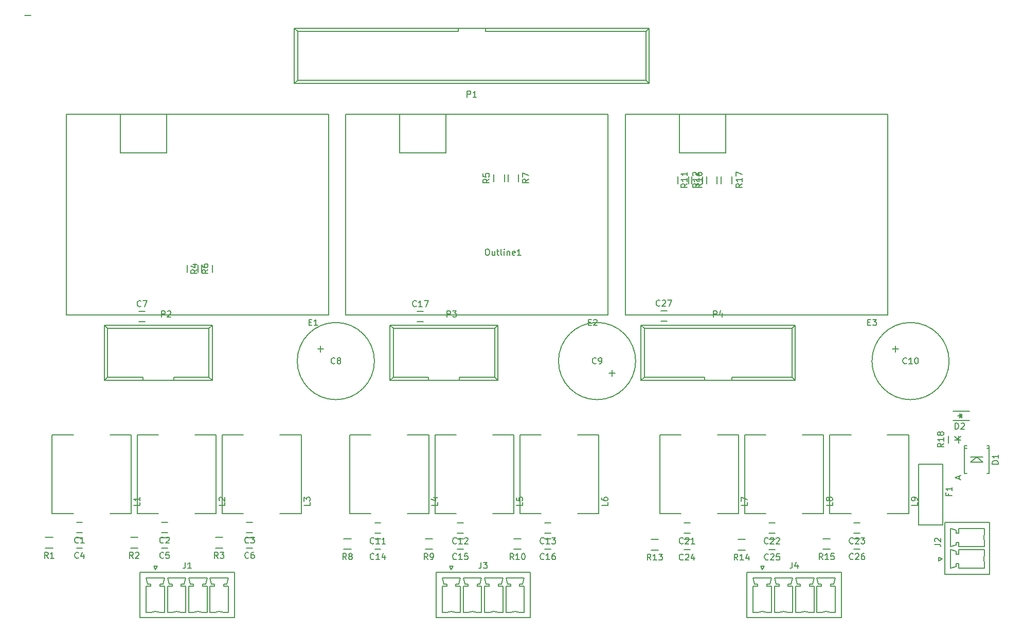
<source format=gbr>
G04 #@! TF.FileFunction,Legend,Top*
%FSLAX46Y46*%
G04 Gerber Fmt 4.6, Leading zero omitted, Abs format (unit mm)*
G04 Created by KiCad (PCBNEW 4.0.6) date Sat Mar 25 16:42:17 2017*
%MOMM*%
%LPD*%
G01*
G04 APERTURE LIST*
%ADD10C,0.100000*%
%ADD11C,0.150000*%
G04 APERTURE END LIST*
D10*
D11*
X142720000Y-54640000D02*
X150340000Y-54640000D01*
X150340000Y-54640000D02*
X150340000Y-48290000D01*
X142720000Y-54640000D02*
X142720000Y-48290000D01*
X133830000Y-81310000D02*
X177010000Y-81310000D01*
X177010000Y-81310000D02*
X177010000Y-48290000D01*
X177010000Y-48290000D02*
X133830000Y-48290000D01*
X133830000Y-48290000D02*
X133830000Y-81310000D01*
X114525000Y-59400000D02*
X114525000Y-58200000D01*
X116275000Y-58200000D02*
X116275000Y-59400000D01*
X166400000Y-118125000D02*
X167600000Y-118125000D01*
X167600000Y-119875000D02*
X166400000Y-119875000D01*
X152400000Y-118225000D02*
X153600000Y-118225000D01*
X153600000Y-119975000D02*
X152400000Y-119975000D01*
X138100000Y-118225000D02*
X139300000Y-118225000D01*
X139300000Y-119975000D02*
X138100000Y-119975000D01*
X142525000Y-59700000D02*
X142525000Y-58500000D01*
X144275000Y-58500000D02*
X144275000Y-59700000D01*
X146575000Y-58500000D02*
X146575000Y-59700000D01*
X144825000Y-59700000D02*
X144825000Y-58500000D01*
X115500000Y-118125000D02*
X116700000Y-118125000D01*
X116700000Y-119875000D02*
X115500000Y-119875000D01*
X100900000Y-118125000D02*
X102100000Y-118125000D01*
X102100000Y-119875000D02*
X100900000Y-119875000D01*
X87500000Y-118125000D02*
X88700000Y-118125000D01*
X88700000Y-119875000D02*
X87500000Y-119875000D01*
X61725000Y-74300000D02*
X61725000Y-73100000D01*
X63475000Y-73100000D02*
X63475000Y-74300000D01*
X113975000Y-58200000D02*
X113975000Y-59400000D01*
X112225000Y-59400000D02*
X112225000Y-58200000D01*
X65875000Y-73100000D02*
X65875000Y-74300000D01*
X64125000Y-74300000D02*
X64125000Y-73100000D01*
X66400000Y-117925000D02*
X67600000Y-117925000D01*
X67600000Y-119675000D02*
X66400000Y-119675000D01*
X52400000Y-117925000D02*
X53600000Y-117925000D01*
X53600000Y-119675000D02*
X52400000Y-119675000D01*
X38400000Y-117925000D02*
X39600000Y-117925000D01*
X39600000Y-119675000D02*
X38400000Y-119675000D01*
X101470000Y-92100000D02*
X106550000Y-92100000D01*
X95110000Y-92100000D02*
X101460000Y-92100000D01*
X101460000Y-91530000D02*
X95640000Y-91530000D01*
X112330000Y-83520000D02*
X95650000Y-83520000D01*
X112890000Y-82970000D02*
X95110000Y-82970000D01*
X106550000Y-92100000D02*
X112890000Y-92100000D01*
X106550000Y-91530000D02*
X112340000Y-91530000D01*
X101460000Y-91530000D02*
X101460000Y-92080000D01*
X106540000Y-91530000D02*
X106540000Y-92080000D01*
X95110000Y-82980000D02*
X95110000Y-92080000D01*
X95650000Y-83530000D02*
X95650000Y-91530000D01*
X112890000Y-82980000D02*
X112890000Y-92080000D01*
X112330000Y-83530000D02*
X112330000Y-91530000D01*
X95110000Y-82980000D02*
X95650000Y-83530000D01*
X112890000Y-82980000D02*
X112330000Y-83530000D01*
X95110000Y-92080000D02*
X95650000Y-91530000D01*
X112890000Y-92080000D02*
X112330000Y-91530000D01*
X54470000Y-92100000D02*
X59550000Y-92100000D01*
X48110000Y-92100000D02*
X54460000Y-92100000D01*
X54460000Y-91530000D02*
X48640000Y-91530000D01*
X65330000Y-83520000D02*
X48650000Y-83520000D01*
X65890000Y-82970000D02*
X48110000Y-82970000D01*
X59550000Y-92100000D02*
X65890000Y-92100000D01*
X59550000Y-91530000D02*
X65340000Y-91530000D01*
X54460000Y-91530000D02*
X54460000Y-92080000D01*
X59540000Y-91530000D02*
X59540000Y-92080000D01*
X48110000Y-82980000D02*
X48110000Y-92080000D01*
X48650000Y-83530000D02*
X48650000Y-91530000D01*
X65890000Y-82980000D02*
X65890000Y-92080000D01*
X65330000Y-83530000D02*
X65330000Y-91530000D01*
X48110000Y-82980000D02*
X48650000Y-83530000D01*
X65890000Y-82980000D02*
X65330000Y-83530000D01*
X48110000Y-92080000D02*
X48650000Y-91530000D01*
X65890000Y-92080000D02*
X65330000Y-91530000D01*
X137780000Y-43220000D02*
X79360000Y-43220000D01*
X137240000Y-42670000D02*
X79920000Y-42670000D01*
X137780000Y-34120000D02*
X79360000Y-34120000D01*
X137240000Y-34670000D02*
X110820000Y-34670000D01*
X106320000Y-34670000D02*
X79920000Y-34670000D01*
X110820000Y-34670000D02*
X110820000Y-34120000D01*
X106320000Y-34670000D02*
X106320000Y-34120000D01*
X137780000Y-43220000D02*
X137780000Y-34120000D01*
X137240000Y-42670000D02*
X137240000Y-34670000D01*
X79360000Y-43220000D02*
X79360000Y-34120000D01*
X79920000Y-42670000D02*
X79920000Y-34670000D01*
X137780000Y-43220000D02*
X137240000Y-42670000D01*
X79360000Y-43220000D02*
X79920000Y-42670000D01*
X137780000Y-34120000D02*
X137240000Y-34670000D01*
X79360000Y-34120000D02*
X79920000Y-34670000D01*
X177000000Y-101000000D02*
X180500000Y-101000000D01*
X177000000Y-114000000D02*
X180500000Y-114000000D01*
X171000000Y-114000000D02*
X167500000Y-114000000D01*
X171000000Y-101000000D02*
X167500000Y-101000000D01*
X167500000Y-101000000D02*
X167500000Y-114000000D01*
X180500000Y-114000000D02*
X180500000Y-101000000D01*
X163000000Y-101000000D02*
X166500000Y-101000000D01*
X163000000Y-114000000D02*
X166500000Y-114000000D01*
X157000000Y-114000000D02*
X153500000Y-114000000D01*
X157000000Y-101000000D02*
X153500000Y-101000000D01*
X153500000Y-101000000D02*
X153500000Y-114000000D01*
X166500000Y-114000000D02*
X166500000Y-101000000D01*
X149000000Y-101000000D02*
X152500000Y-101000000D01*
X149000000Y-114000000D02*
X152500000Y-114000000D01*
X143000000Y-114000000D02*
X139500000Y-114000000D01*
X143000000Y-101000000D02*
X139500000Y-101000000D01*
X139500000Y-101000000D02*
X139500000Y-114000000D01*
X152500000Y-114000000D02*
X152500000Y-101000000D01*
X126000000Y-101000000D02*
X129500000Y-101000000D01*
X126000000Y-114000000D02*
X129500000Y-114000000D01*
X120000000Y-114000000D02*
X116500000Y-114000000D01*
X120000000Y-101000000D02*
X116500000Y-101000000D01*
X116500000Y-101000000D02*
X116500000Y-114000000D01*
X129500000Y-114000000D02*
X129500000Y-101000000D01*
X112000000Y-101000000D02*
X115500000Y-101000000D01*
X112000000Y-114000000D02*
X115500000Y-114000000D01*
X106000000Y-114000000D02*
X102500000Y-114000000D01*
X106000000Y-101000000D02*
X102500000Y-101000000D01*
X102500000Y-101000000D02*
X102500000Y-114000000D01*
X115500000Y-114000000D02*
X115500000Y-101000000D01*
X98000000Y-101000000D02*
X101500000Y-101000000D01*
X98000000Y-114000000D02*
X101500000Y-114000000D01*
X92000000Y-114000000D02*
X88500000Y-114000000D01*
X92000000Y-101000000D02*
X88500000Y-101000000D01*
X88500000Y-101000000D02*
X88500000Y-114000000D01*
X101500000Y-114000000D02*
X101500000Y-101000000D01*
X77000000Y-101000000D02*
X80500000Y-101000000D01*
X77000000Y-114000000D02*
X80500000Y-114000000D01*
X71000000Y-114000000D02*
X67500000Y-114000000D01*
X71000000Y-101000000D02*
X67500000Y-101000000D01*
X67500000Y-101000000D02*
X67500000Y-114000000D01*
X80500000Y-114000000D02*
X80500000Y-101000000D01*
X63000000Y-101000000D02*
X66500000Y-101000000D01*
X63000000Y-114000000D02*
X66500000Y-114000000D01*
X57000000Y-114000000D02*
X53500000Y-114000000D01*
X57000000Y-101000000D02*
X53500000Y-101000000D01*
X53500000Y-101000000D02*
X53500000Y-114000000D01*
X66500000Y-114000000D02*
X66500000Y-101000000D01*
X49000000Y-101000000D02*
X52500000Y-101000000D01*
X49000000Y-114000000D02*
X52500000Y-114000000D01*
X43000000Y-114000000D02*
X39500000Y-114000000D01*
X43000000Y-101000000D02*
X39500000Y-101000000D01*
X39500000Y-101000000D02*
X39500000Y-114000000D01*
X52500000Y-114000000D02*
X52500000Y-101000000D01*
X157149647Y-130249845D02*
G75*
G03X155650000Y-130250000I-749647J-1700155D01*
G01*
X160649647Y-130249845D02*
G75*
G03X159150000Y-130250000I-749647J-1700155D01*
G01*
X164149647Y-130249845D02*
G75*
G03X162650000Y-130250000I-749647J-1700155D01*
G01*
X167649647Y-130249845D02*
G75*
G03X166150000Y-130250000I-749647J-1700155D01*
G01*
X153870000Y-123670000D02*
X153870000Y-131080000D01*
X153870000Y-131080000D02*
X169430000Y-131080000D01*
X169430000Y-131080000D02*
X169430000Y-123670000D01*
X169430000Y-123670000D02*
X153870000Y-123670000D01*
X155650000Y-130250000D02*
X154900000Y-130250000D01*
X154900000Y-130250000D02*
X154900000Y-125950000D01*
X154900000Y-125950000D02*
X155650000Y-125950000D01*
X155650000Y-125950000D02*
X155650000Y-125600000D01*
X155650000Y-125600000D02*
X155150000Y-125600000D01*
X155150000Y-125600000D02*
X154900000Y-124600000D01*
X154900000Y-124600000D02*
X157900000Y-124600000D01*
X157900000Y-124600000D02*
X157650000Y-125600000D01*
X157650000Y-125600000D02*
X157150000Y-125600000D01*
X157150000Y-125600000D02*
X157150000Y-125950000D01*
X157150000Y-125950000D02*
X157150000Y-125950000D01*
X157150000Y-125950000D02*
X157900000Y-125950000D01*
X157900000Y-125950000D02*
X157900000Y-130250000D01*
X157900000Y-130250000D02*
X157150000Y-130250000D01*
X159150000Y-130250000D02*
X158400000Y-130250000D01*
X158400000Y-130250000D02*
X158400000Y-125950000D01*
X158400000Y-125950000D02*
X159150000Y-125950000D01*
X159150000Y-125950000D02*
X159150000Y-125600000D01*
X159150000Y-125600000D02*
X158650000Y-125600000D01*
X158650000Y-125600000D02*
X158400000Y-124600000D01*
X158400000Y-124600000D02*
X161400000Y-124600000D01*
X161400000Y-124600000D02*
X161150000Y-125600000D01*
X161150000Y-125600000D02*
X160650000Y-125600000D01*
X160650000Y-125600000D02*
X160650000Y-125950000D01*
X160650000Y-125950000D02*
X160650000Y-125950000D01*
X160650000Y-125950000D02*
X161400000Y-125950000D01*
X161400000Y-125950000D02*
X161400000Y-130250000D01*
X161400000Y-130250000D02*
X160650000Y-130250000D01*
X162650000Y-130250000D02*
X161900000Y-130250000D01*
X161900000Y-130250000D02*
X161900000Y-125950000D01*
X161900000Y-125950000D02*
X162650000Y-125950000D01*
X162650000Y-125950000D02*
X162650000Y-125600000D01*
X162650000Y-125600000D02*
X162150000Y-125600000D01*
X162150000Y-125600000D02*
X161900000Y-124600000D01*
X161900000Y-124600000D02*
X164900000Y-124600000D01*
X164900000Y-124600000D02*
X164650000Y-125600000D01*
X164650000Y-125600000D02*
X164150000Y-125600000D01*
X164150000Y-125600000D02*
X164150000Y-125950000D01*
X164150000Y-125950000D02*
X164150000Y-125950000D01*
X164150000Y-125950000D02*
X164900000Y-125950000D01*
X164900000Y-125950000D02*
X164900000Y-130250000D01*
X164900000Y-130250000D02*
X164150000Y-130250000D01*
X166150000Y-130250000D02*
X165400000Y-130250000D01*
X165400000Y-130250000D02*
X165400000Y-125950000D01*
X165400000Y-125950000D02*
X166150000Y-125950000D01*
X166150000Y-125950000D02*
X166150000Y-125600000D01*
X166150000Y-125600000D02*
X165650000Y-125600000D01*
X165650000Y-125600000D02*
X165400000Y-124600000D01*
X165400000Y-124600000D02*
X168400000Y-124600000D01*
X168400000Y-124600000D02*
X168150000Y-125600000D01*
X168150000Y-125600000D02*
X167650000Y-125600000D01*
X167650000Y-125600000D02*
X167650000Y-125950000D01*
X167650000Y-125950000D02*
X167650000Y-125950000D01*
X167650000Y-125950000D02*
X168400000Y-125950000D01*
X168400000Y-125950000D02*
X168400000Y-130250000D01*
X168400000Y-130250000D02*
X167650000Y-130250000D01*
X156400000Y-123250000D02*
X156700000Y-122650000D01*
X156700000Y-122650000D02*
X156100000Y-122650000D01*
X156100000Y-122650000D02*
X156400000Y-123250000D01*
X105949647Y-130249845D02*
G75*
G03X104450000Y-130250000I-749647J-1700155D01*
G01*
X109449647Y-130249845D02*
G75*
G03X107950000Y-130250000I-749647J-1700155D01*
G01*
X112949647Y-130249845D02*
G75*
G03X111450000Y-130250000I-749647J-1700155D01*
G01*
X116449647Y-130249845D02*
G75*
G03X114950000Y-130250000I-749647J-1700155D01*
G01*
X102670000Y-123670000D02*
X102670000Y-131080000D01*
X102670000Y-131080000D02*
X118230000Y-131080000D01*
X118230000Y-131080000D02*
X118230000Y-123670000D01*
X118230000Y-123670000D02*
X102670000Y-123670000D01*
X104450000Y-130250000D02*
X103700000Y-130250000D01*
X103700000Y-130250000D02*
X103700000Y-125950000D01*
X103700000Y-125950000D02*
X104450000Y-125950000D01*
X104450000Y-125950000D02*
X104450000Y-125600000D01*
X104450000Y-125600000D02*
X103950000Y-125600000D01*
X103950000Y-125600000D02*
X103700000Y-124600000D01*
X103700000Y-124600000D02*
X106700000Y-124600000D01*
X106700000Y-124600000D02*
X106450000Y-125600000D01*
X106450000Y-125600000D02*
X105950000Y-125600000D01*
X105950000Y-125600000D02*
X105950000Y-125950000D01*
X105950000Y-125950000D02*
X105950000Y-125950000D01*
X105950000Y-125950000D02*
X106700000Y-125950000D01*
X106700000Y-125950000D02*
X106700000Y-130250000D01*
X106700000Y-130250000D02*
X105950000Y-130250000D01*
X107950000Y-130250000D02*
X107200000Y-130250000D01*
X107200000Y-130250000D02*
X107200000Y-125950000D01*
X107200000Y-125950000D02*
X107950000Y-125950000D01*
X107950000Y-125950000D02*
X107950000Y-125600000D01*
X107950000Y-125600000D02*
X107450000Y-125600000D01*
X107450000Y-125600000D02*
X107200000Y-124600000D01*
X107200000Y-124600000D02*
X110200000Y-124600000D01*
X110200000Y-124600000D02*
X109950000Y-125600000D01*
X109950000Y-125600000D02*
X109450000Y-125600000D01*
X109450000Y-125600000D02*
X109450000Y-125950000D01*
X109450000Y-125950000D02*
X109450000Y-125950000D01*
X109450000Y-125950000D02*
X110200000Y-125950000D01*
X110200000Y-125950000D02*
X110200000Y-130250000D01*
X110200000Y-130250000D02*
X109450000Y-130250000D01*
X111450000Y-130250000D02*
X110700000Y-130250000D01*
X110700000Y-130250000D02*
X110700000Y-125950000D01*
X110700000Y-125950000D02*
X111450000Y-125950000D01*
X111450000Y-125950000D02*
X111450000Y-125600000D01*
X111450000Y-125600000D02*
X110950000Y-125600000D01*
X110950000Y-125600000D02*
X110700000Y-124600000D01*
X110700000Y-124600000D02*
X113700000Y-124600000D01*
X113700000Y-124600000D02*
X113450000Y-125600000D01*
X113450000Y-125600000D02*
X112950000Y-125600000D01*
X112950000Y-125600000D02*
X112950000Y-125950000D01*
X112950000Y-125950000D02*
X112950000Y-125950000D01*
X112950000Y-125950000D02*
X113700000Y-125950000D01*
X113700000Y-125950000D02*
X113700000Y-130250000D01*
X113700000Y-130250000D02*
X112950000Y-130250000D01*
X114950000Y-130250000D02*
X114200000Y-130250000D01*
X114200000Y-130250000D02*
X114200000Y-125950000D01*
X114200000Y-125950000D02*
X114950000Y-125950000D01*
X114950000Y-125950000D02*
X114950000Y-125600000D01*
X114950000Y-125600000D02*
X114450000Y-125600000D01*
X114450000Y-125600000D02*
X114200000Y-124600000D01*
X114200000Y-124600000D02*
X117200000Y-124600000D01*
X117200000Y-124600000D02*
X116950000Y-125600000D01*
X116950000Y-125600000D02*
X116450000Y-125600000D01*
X116450000Y-125600000D02*
X116450000Y-125950000D01*
X116450000Y-125950000D02*
X116450000Y-125950000D01*
X116450000Y-125950000D02*
X117200000Y-125950000D01*
X117200000Y-125950000D02*
X117200000Y-130250000D01*
X117200000Y-130250000D02*
X116450000Y-130250000D01*
X105200000Y-123250000D02*
X105500000Y-122650000D01*
X105500000Y-122650000D02*
X104900000Y-122650000D01*
X104900000Y-122650000D02*
X105200000Y-123250000D01*
X192999845Y-120700353D02*
G75*
G03X193000000Y-122200000I1700155J-749647D01*
G01*
X192999845Y-117200353D02*
G75*
G03X193000000Y-118700000I1700155J-749647D01*
G01*
X186420000Y-123980000D02*
X193830000Y-123980000D01*
X193830000Y-123980000D02*
X193830000Y-115420000D01*
X193830000Y-115420000D02*
X186420000Y-115420000D01*
X186420000Y-115420000D02*
X186420000Y-123980000D01*
X193000000Y-122200000D02*
X193000000Y-122950000D01*
X193000000Y-122950000D02*
X188700000Y-122950000D01*
X188700000Y-122950000D02*
X188700000Y-122200000D01*
X188700000Y-122200000D02*
X188350000Y-122200000D01*
X188350000Y-122200000D02*
X188350000Y-122700000D01*
X188350000Y-122700000D02*
X187350000Y-122950000D01*
X187350000Y-122950000D02*
X187350000Y-119950000D01*
X187350000Y-119950000D02*
X188350000Y-120200000D01*
X188350000Y-120200000D02*
X188350000Y-120700000D01*
X188350000Y-120700000D02*
X188700000Y-120700000D01*
X188700000Y-120700000D02*
X188700000Y-120700000D01*
X188700000Y-120700000D02*
X188700000Y-119950000D01*
X188700000Y-119950000D02*
X193000000Y-119950000D01*
X193000000Y-119950000D02*
X193000000Y-120700000D01*
X193000000Y-118700000D02*
X193000000Y-119450000D01*
X193000000Y-119450000D02*
X188700000Y-119450000D01*
X188700000Y-119450000D02*
X188700000Y-118700000D01*
X188700000Y-118700000D02*
X188350000Y-118700000D01*
X188350000Y-118700000D02*
X188350000Y-119200000D01*
X188350000Y-119200000D02*
X187350000Y-119450000D01*
X187350000Y-119450000D02*
X187350000Y-116450000D01*
X187350000Y-116450000D02*
X188350000Y-116700000D01*
X188350000Y-116700000D02*
X188350000Y-117200000D01*
X188350000Y-117200000D02*
X188700000Y-117200000D01*
X188700000Y-117200000D02*
X188700000Y-117200000D01*
X188700000Y-117200000D02*
X188700000Y-116450000D01*
X188700000Y-116450000D02*
X193000000Y-116450000D01*
X193000000Y-116450000D02*
X193000000Y-117200000D01*
X186000000Y-121450000D02*
X185400000Y-121150000D01*
X185400000Y-121150000D02*
X185400000Y-121750000D01*
X185400000Y-121750000D02*
X186000000Y-121450000D01*
X57249647Y-130249845D02*
G75*
G03X55750000Y-130250000I-749647J-1700155D01*
G01*
X60749647Y-130249845D02*
G75*
G03X59250000Y-130250000I-749647J-1700155D01*
G01*
X64249647Y-130249845D02*
G75*
G03X62750000Y-130250000I-749647J-1700155D01*
G01*
X67749647Y-130249845D02*
G75*
G03X66250000Y-130250000I-749647J-1700155D01*
G01*
X53970000Y-123670000D02*
X53970000Y-131080000D01*
X53970000Y-131080000D02*
X69530000Y-131080000D01*
X69530000Y-131080000D02*
X69530000Y-123670000D01*
X69530000Y-123670000D02*
X53970000Y-123670000D01*
X55750000Y-130250000D02*
X55000000Y-130250000D01*
X55000000Y-130250000D02*
X55000000Y-125950000D01*
X55000000Y-125950000D02*
X55750000Y-125950000D01*
X55750000Y-125950000D02*
X55750000Y-125600000D01*
X55750000Y-125600000D02*
X55250000Y-125600000D01*
X55250000Y-125600000D02*
X55000000Y-124600000D01*
X55000000Y-124600000D02*
X58000000Y-124600000D01*
X58000000Y-124600000D02*
X57750000Y-125600000D01*
X57750000Y-125600000D02*
X57250000Y-125600000D01*
X57250000Y-125600000D02*
X57250000Y-125950000D01*
X57250000Y-125950000D02*
X57250000Y-125950000D01*
X57250000Y-125950000D02*
X58000000Y-125950000D01*
X58000000Y-125950000D02*
X58000000Y-130250000D01*
X58000000Y-130250000D02*
X57250000Y-130250000D01*
X59250000Y-130250000D02*
X58500000Y-130250000D01*
X58500000Y-130250000D02*
X58500000Y-125950000D01*
X58500000Y-125950000D02*
X59250000Y-125950000D01*
X59250000Y-125950000D02*
X59250000Y-125600000D01*
X59250000Y-125600000D02*
X58750000Y-125600000D01*
X58750000Y-125600000D02*
X58500000Y-124600000D01*
X58500000Y-124600000D02*
X61500000Y-124600000D01*
X61500000Y-124600000D02*
X61250000Y-125600000D01*
X61250000Y-125600000D02*
X60750000Y-125600000D01*
X60750000Y-125600000D02*
X60750000Y-125950000D01*
X60750000Y-125950000D02*
X60750000Y-125950000D01*
X60750000Y-125950000D02*
X61500000Y-125950000D01*
X61500000Y-125950000D02*
X61500000Y-130250000D01*
X61500000Y-130250000D02*
X60750000Y-130250000D01*
X62750000Y-130250000D02*
X62000000Y-130250000D01*
X62000000Y-130250000D02*
X62000000Y-125950000D01*
X62000000Y-125950000D02*
X62750000Y-125950000D01*
X62750000Y-125950000D02*
X62750000Y-125600000D01*
X62750000Y-125600000D02*
X62250000Y-125600000D01*
X62250000Y-125600000D02*
X62000000Y-124600000D01*
X62000000Y-124600000D02*
X65000000Y-124600000D01*
X65000000Y-124600000D02*
X64750000Y-125600000D01*
X64750000Y-125600000D02*
X64250000Y-125600000D01*
X64250000Y-125600000D02*
X64250000Y-125950000D01*
X64250000Y-125950000D02*
X64250000Y-125950000D01*
X64250000Y-125950000D02*
X65000000Y-125950000D01*
X65000000Y-125950000D02*
X65000000Y-130250000D01*
X65000000Y-130250000D02*
X64250000Y-130250000D01*
X66250000Y-130250000D02*
X65500000Y-130250000D01*
X65500000Y-130250000D02*
X65500000Y-125950000D01*
X65500000Y-125950000D02*
X66250000Y-125950000D01*
X66250000Y-125950000D02*
X66250000Y-125600000D01*
X66250000Y-125600000D02*
X65750000Y-125600000D01*
X65750000Y-125600000D02*
X65500000Y-124600000D01*
X65500000Y-124600000D02*
X68500000Y-124600000D01*
X68500000Y-124600000D02*
X68250000Y-125600000D01*
X68250000Y-125600000D02*
X67750000Y-125600000D01*
X67750000Y-125600000D02*
X67750000Y-125950000D01*
X67750000Y-125950000D02*
X67750000Y-125950000D01*
X67750000Y-125950000D02*
X68500000Y-125950000D01*
X68500000Y-125950000D02*
X68500000Y-130250000D01*
X68500000Y-130250000D02*
X67750000Y-130250000D01*
X56500000Y-123250000D02*
X56800000Y-122650000D01*
X56800000Y-122650000D02*
X56200000Y-122650000D01*
X56200000Y-122650000D02*
X56500000Y-123250000D01*
X182150000Y-115850000D02*
X182150000Y-105850000D01*
X182150000Y-105850000D02*
X186150000Y-105850000D01*
X186150000Y-105850000D02*
X186150000Y-115850000D01*
X186150000Y-115850000D02*
X182150000Y-115850000D01*
X96720000Y-54640000D02*
X104340000Y-54640000D01*
X104340000Y-54640000D02*
X104340000Y-48290000D01*
X96720000Y-54640000D02*
X96720000Y-48290000D01*
X87830000Y-81310000D02*
X131010000Y-81310000D01*
X131010000Y-81310000D02*
X131010000Y-48290000D01*
X131010000Y-48290000D02*
X87830000Y-48290000D01*
X87830000Y-48290000D02*
X87830000Y-81310000D01*
X50720000Y-54640000D02*
X58340000Y-54640000D01*
X58340000Y-54640000D02*
X58340000Y-48290000D01*
X50720000Y-54640000D02*
X50720000Y-48290000D01*
X41830000Y-81310000D02*
X85010000Y-81310000D01*
X85010000Y-81310000D02*
X85010000Y-48290000D01*
X85010000Y-48290000D02*
X41830000Y-48290000D01*
X41830000Y-48290000D02*
X41830000Y-81310000D01*
X191700000Y-104650420D02*
X192700760Y-105498780D01*
X192700760Y-105498780D02*
X190699240Y-105498780D01*
X190699240Y-105498780D02*
X191700000Y-104650420D01*
X191700000Y-104650420D02*
X190699240Y-104650420D01*
X191700000Y-104650420D02*
X192700760Y-104650420D01*
X189900000Y-102793680D02*
X190099800Y-102793680D01*
X189900000Y-103250720D02*
X190099000Y-103250720D01*
X189900000Y-107401240D02*
X190049000Y-107401240D01*
X193500000Y-102798760D02*
X193351000Y-102798760D01*
X193500000Y-103250720D02*
X193351000Y-103250720D01*
X193500000Y-107401240D02*
X193351000Y-107401240D01*
X189751020Y-103250720D02*
X189949140Y-103250720D01*
X193698980Y-103250720D02*
X193500860Y-103250720D01*
X189703560Y-107396160D02*
X189901680Y-107396160D01*
X189703560Y-102793680D02*
X189703560Y-107396160D01*
X189703560Y-102793680D02*
X189901680Y-102793680D01*
X193698980Y-102798760D02*
X193500860Y-102798760D01*
X193698980Y-102798760D02*
X193698980Y-107401240D01*
X193698980Y-107401240D02*
X193500860Y-107401240D01*
X140700000Y-80650000D02*
X139700000Y-80650000D01*
X139700000Y-82350000D02*
X140700000Y-82350000D01*
X171500000Y-119850000D02*
X172500000Y-119850000D01*
X172500000Y-118150000D02*
X171500000Y-118150000D01*
X157525001Y-119925000D02*
X158525001Y-119925000D01*
X158525001Y-118225000D02*
X157525001Y-118225000D01*
X143500000Y-119950000D02*
X144500000Y-119950000D01*
X144500000Y-118250000D02*
X143500000Y-118250000D01*
X171500000Y-117250000D02*
X172500000Y-117250000D01*
X172500000Y-115550000D02*
X171500000Y-115550000D01*
X157500000Y-117250000D02*
X158500000Y-117250000D01*
X158500000Y-115550000D02*
X157500000Y-115550000D01*
X143500000Y-117250000D02*
X144500000Y-117250000D01*
X144500000Y-115550000D02*
X143500000Y-115550000D01*
X100600000Y-80750000D02*
X99600000Y-80750000D01*
X99600000Y-82450000D02*
X100600000Y-82450000D01*
X120600000Y-119850000D02*
X121600000Y-119850000D01*
X121600000Y-118150000D02*
X120600000Y-118150000D01*
X106200000Y-119850000D02*
X107200000Y-119850000D01*
X107200000Y-118150000D02*
X106200000Y-118150000D01*
X92600000Y-119850000D02*
X93600000Y-119850000D01*
X93600000Y-118150000D02*
X92600000Y-118150000D01*
X120600000Y-117250000D02*
X121600000Y-117250000D01*
X121600000Y-115550000D02*
X120600000Y-115550000D01*
X106200000Y-117250000D02*
X107200000Y-117250000D01*
X107200000Y-115550000D02*
X106200000Y-115550000D01*
X92600000Y-117250000D02*
X93600000Y-117250000D01*
X93600000Y-115550000D02*
X92600000Y-115550000D01*
X177800000Y-86900000D02*
X178800000Y-86900000D01*
X178300000Y-86400000D02*
X178300000Y-87400000D01*
X187150000Y-88900000D02*
G75*
G03X187150000Y-88900000I-6350000J0D01*
G01*
X132200000Y-90900000D02*
X131200000Y-90900000D01*
X131700000Y-91400000D02*
X131700000Y-90400000D01*
X135550000Y-88900000D02*
G75*
G03X135550000Y-88900000I-6350000J0D01*
G01*
X83200000Y-86900000D02*
X84200000Y-86900000D01*
X83700000Y-86400000D02*
X83700000Y-87400000D01*
X92550000Y-88900000D02*
G75*
G03X92550000Y-88900000I-6350000J0D01*
G01*
X54800000Y-80750000D02*
X53800000Y-80750000D01*
X53800000Y-82450000D02*
X54800000Y-82450000D01*
X71500000Y-119650000D02*
X72500000Y-119650000D01*
X72500000Y-117950000D02*
X71500000Y-117950000D01*
X57500000Y-119650000D02*
X58500000Y-119650000D01*
X58500000Y-117950000D02*
X57500000Y-117950000D01*
X43500000Y-119650000D02*
X44500000Y-119650000D01*
X44500000Y-117950000D02*
X43500000Y-117950000D01*
X71500000Y-117150000D02*
X72500000Y-117150000D01*
X72500000Y-115450000D02*
X71500000Y-115450000D01*
X57500000Y-117150000D02*
X58500000Y-117150000D01*
X58500000Y-115450000D02*
X57500000Y-115450000D01*
X43500000Y-117150000D02*
X44500000Y-117150000D01*
X44500000Y-115450000D02*
X43500000Y-115450000D01*
X149625000Y-59700000D02*
X149625000Y-58500000D01*
X151375000Y-58500000D02*
X151375000Y-59700000D01*
X148975000Y-58500000D02*
X148975000Y-59700000D01*
X147225000Y-59700000D02*
X147225000Y-58500000D01*
X190500000Y-97150000D02*
X187800000Y-97150000D01*
X190500000Y-98650000D02*
X187800000Y-98650000D01*
X189000000Y-97750000D02*
X189000000Y-98000000D01*
X189000000Y-98000000D02*
X189150000Y-97850000D01*
X189250000Y-98250000D02*
X189250000Y-97550000D01*
X188900000Y-97900000D02*
X188550000Y-97900000D01*
X189250000Y-97900000D02*
X188900000Y-98250000D01*
X188900000Y-98250000D02*
X188900000Y-97550000D01*
X188900000Y-97550000D02*
X189250000Y-97900000D01*
X188775000Y-101200000D02*
X188775000Y-102400000D01*
X187025000Y-102400000D02*
X187025000Y-101200000D01*
X136420000Y-82980000D02*
X161820000Y-82980000D01*
X136960000Y-83530000D02*
X161260000Y-83530000D01*
X136420000Y-92080000D02*
X161820000Y-92080000D01*
X136960000Y-91530000D02*
X146870000Y-91530000D01*
X151370000Y-91530000D02*
X161260000Y-91530000D01*
X146870000Y-91530000D02*
X146870000Y-92080000D01*
X151370000Y-91530000D02*
X151370000Y-92080000D01*
X136420000Y-82980000D02*
X136420000Y-92080000D01*
X136960000Y-83530000D02*
X136960000Y-91530000D01*
X161820000Y-82980000D02*
X161820000Y-92080000D01*
X161260000Y-83530000D02*
X161260000Y-91530000D01*
X136420000Y-82980000D02*
X136960000Y-83530000D01*
X161820000Y-82980000D02*
X161260000Y-83530000D01*
X136420000Y-92080000D02*
X136960000Y-91530000D01*
X161820000Y-92080000D02*
X161260000Y-91530000D01*
X36000760Y-32000200D02*
X35000000Y-32000200D01*
X173779524Y-82508571D02*
X174112858Y-82508571D01*
X174255715Y-83032381D02*
X173779524Y-83032381D01*
X173779524Y-82032381D01*
X174255715Y-82032381D01*
X174589048Y-82032381D02*
X175208096Y-82032381D01*
X174874762Y-82413333D01*
X175017620Y-82413333D01*
X175112858Y-82460952D01*
X175160477Y-82508571D01*
X175208096Y-82603810D01*
X175208096Y-82841905D01*
X175160477Y-82937143D01*
X175112858Y-82984762D01*
X175017620Y-83032381D01*
X174731905Y-83032381D01*
X174636667Y-82984762D01*
X174589048Y-82937143D01*
X117952381Y-58966666D02*
X117476190Y-59300000D01*
X117952381Y-59538095D02*
X116952381Y-59538095D01*
X116952381Y-59157142D01*
X117000000Y-59061904D01*
X117047619Y-59014285D01*
X117142857Y-58966666D01*
X117285714Y-58966666D01*
X117380952Y-59014285D01*
X117428571Y-59061904D01*
X117476190Y-59157142D01*
X117476190Y-59538095D01*
X116952381Y-58633333D02*
X116952381Y-57966666D01*
X117952381Y-58395238D01*
X166357143Y-121552381D02*
X166023809Y-121076190D01*
X165785714Y-121552381D02*
X165785714Y-120552381D01*
X166166667Y-120552381D01*
X166261905Y-120600000D01*
X166309524Y-120647619D01*
X166357143Y-120742857D01*
X166357143Y-120885714D01*
X166309524Y-120980952D01*
X166261905Y-121028571D01*
X166166667Y-121076190D01*
X165785714Y-121076190D01*
X167309524Y-121552381D02*
X166738095Y-121552381D01*
X167023809Y-121552381D02*
X167023809Y-120552381D01*
X166928571Y-120695238D01*
X166833333Y-120790476D01*
X166738095Y-120838095D01*
X168214286Y-120552381D02*
X167738095Y-120552381D01*
X167690476Y-121028571D01*
X167738095Y-120980952D01*
X167833333Y-120933333D01*
X168071429Y-120933333D01*
X168166667Y-120980952D01*
X168214286Y-121028571D01*
X168261905Y-121123810D01*
X168261905Y-121361905D01*
X168214286Y-121457143D01*
X168166667Y-121504762D01*
X168071429Y-121552381D01*
X167833333Y-121552381D01*
X167738095Y-121504762D01*
X167690476Y-121457143D01*
X152357143Y-121652381D02*
X152023809Y-121176190D01*
X151785714Y-121652381D02*
X151785714Y-120652381D01*
X152166667Y-120652381D01*
X152261905Y-120700000D01*
X152309524Y-120747619D01*
X152357143Y-120842857D01*
X152357143Y-120985714D01*
X152309524Y-121080952D01*
X152261905Y-121128571D01*
X152166667Y-121176190D01*
X151785714Y-121176190D01*
X153309524Y-121652381D02*
X152738095Y-121652381D01*
X153023809Y-121652381D02*
X153023809Y-120652381D01*
X152928571Y-120795238D01*
X152833333Y-120890476D01*
X152738095Y-120938095D01*
X154166667Y-120985714D02*
X154166667Y-121652381D01*
X153928571Y-120604762D02*
X153690476Y-121319048D01*
X154309524Y-121319048D01*
X138057143Y-121652381D02*
X137723809Y-121176190D01*
X137485714Y-121652381D02*
X137485714Y-120652381D01*
X137866667Y-120652381D01*
X137961905Y-120700000D01*
X138009524Y-120747619D01*
X138057143Y-120842857D01*
X138057143Y-120985714D01*
X138009524Y-121080952D01*
X137961905Y-121128571D01*
X137866667Y-121176190D01*
X137485714Y-121176190D01*
X139009524Y-121652381D02*
X138438095Y-121652381D01*
X138723809Y-121652381D02*
X138723809Y-120652381D01*
X138628571Y-120795238D01*
X138533333Y-120890476D01*
X138438095Y-120938095D01*
X139342857Y-120652381D02*
X139961905Y-120652381D01*
X139628571Y-121033333D01*
X139771429Y-121033333D01*
X139866667Y-121080952D01*
X139914286Y-121128571D01*
X139961905Y-121223810D01*
X139961905Y-121461905D01*
X139914286Y-121557143D01*
X139866667Y-121604762D01*
X139771429Y-121652381D01*
X139485714Y-121652381D01*
X139390476Y-121604762D01*
X139342857Y-121557143D01*
X145952381Y-59742857D02*
X145476190Y-60076191D01*
X145952381Y-60314286D02*
X144952381Y-60314286D01*
X144952381Y-59933333D01*
X145000000Y-59838095D01*
X145047619Y-59790476D01*
X145142857Y-59742857D01*
X145285714Y-59742857D01*
X145380952Y-59790476D01*
X145428571Y-59838095D01*
X145476190Y-59933333D01*
X145476190Y-60314286D01*
X145952381Y-58790476D02*
X145952381Y-59361905D01*
X145952381Y-59076191D02*
X144952381Y-59076191D01*
X145095238Y-59171429D01*
X145190476Y-59266667D01*
X145238095Y-59361905D01*
X145047619Y-58409524D02*
X145000000Y-58361905D01*
X144952381Y-58266667D01*
X144952381Y-58028571D01*
X145000000Y-57933333D01*
X145047619Y-57885714D01*
X145142857Y-57838095D01*
X145238095Y-57838095D01*
X145380952Y-57885714D01*
X145952381Y-58457143D01*
X145952381Y-57838095D01*
X144052381Y-59742857D02*
X143576190Y-60076191D01*
X144052381Y-60314286D02*
X143052381Y-60314286D01*
X143052381Y-59933333D01*
X143100000Y-59838095D01*
X143147619Y-59790476D01*
X143242857Y-59742857D01*
X143385714Y-59742857D01*
X143480952Y-59790476D01*
X143528571Y-59838095D01*
X143576190Y-59933333D01*
X143576190Y-60314286D01*
X144052381Y-58790476D02*
X144052381Y-59361905D01*
X144052381Y-59076191D02*
X143052381Y-59076191D01*
X143195238Y-59171429D01*
X143290476Y-59266667D01*
X143338095Y-59361905D01*
X144052381Y-57838095D02*
X144052381Y-58409524D01*
X144052381Y-58123810D02*
X143052381Y-58123810D01*
X143195238Y-58219048D01*
X143290476Y-58314286D01*
X143338095Y-58409524D01*
X115457143Y-121552381D02*
X115123809Y-121076190D01*
X114885714Y-121552381D02*
X114885714Y-120552381D01*
X115266667Y-120552381D01*
X115361905Y-120600000D01*
X115409524Y-120647619D01*
X115457143Y-120742857D01*
X115457143Y-120885714D01*
X115409524Y-120980952D01*
X115361905Y-121028571D01*
X115266667Y-121076190D01*
X114885714Y-121076190D01*
X116409524Y-121552381D02*
X115838095Y-121552381D01*
X116123809Y-121552381D02*
X116123809Y-120552381D01*
X116028571Y-120695238D01*
X115933333Y-120790476D01*
X115838095Y-120838095D01*
X117028571Y-120552381D02*
X117123810Y-120552381D01*
X117219048Y-120600000D01*
X117266667Y-120647619D01*
X117314286Y-120742857D01*
X117361905Y-120933333D01*
X117361905Y-121171429D01*
X117314286Y-121361905D01*
X117266667Y-121457143D01*
X117219048Y-121504762D01*
X117123810Y-121552381D01*
X117028571Y-121552381D01*
X116933333Y-121504762D01*
X116885714Y-121457143D01*
X116838095Y-121361905D01*
X116790476Y-121171429D01*
X116790476Y-120933333D01*
X116838095Y-120742857D01*
X116885714Y-120647619D01*
X116933333Y-120600000D01*
X117028571Y-120552381D01*
X101333334Y-121552381D02*
X101000000Y-121076190D01*
X100761905Y-121552381D02*
X100761905Y-120552381D01*
X101142858Y-120552381D01*
X101238096Y-120600000D01*
X101285715Y-120647619D01*
X101333334Y-120742857D01*
X101333334Y-120885714D01*
X101285715Y-120980952D01*
X101238096Y-121028571D01*
X101142858Y-121076190D01*
X100761905Y-121076190D01*
X101809524Y-121552381D02*
X102000000Y-121552381D01*
X102095239Y-121504762D01*
X102142858Y-121457143D01*
X102238096Y-121314286D01*
X102285715Y-121123810D01*
X102285715Y-120742857D01*
X102238096Y-120647619D01*
X102190477Y-120600000D01*
X102095239Y-120552381D01*
X101904762Y-120552381D01*
X101809524Y-120600000D01*
X101761905Y-120647619D01*
X101714286Y-120742857D01*
X101714286Y-120980952D01*
X101761905Y-121076190D01*
X101809524Y-121123810D01*
X101904762Y-121171429D01*
X102095239Y-121171429D01*
X102190477Y-121123810D01*
X102238096Y-121076190D01*
X102285715Y-120980952D01*
X87933334Y-121552381D02*
X87600000Y-121076190D01*
X87361905Y-121552381D02*
X87361905Y-120552381D01*
X87742858Y-120552381D01*
X87838096Y-120600000D01*
X87885715Y-120647619D01*
X87933334Y-120742857D01*
X87933334Y-120885714D01*
X87885715Y-120980952D01*
X87838096Y-121028571D01*
X87742858Y-121076190D01*
X87361905Y-121076190D01*
X88504762Y-120980952D02*
X88409524Y-120933333D01*
X88361905Y-120885714D01*
X88314286Y-120790476D01*
X88314286Y-120742857D01*
X88361905Y-120647619D01*
X88409524Y-120600000D01*
X88504762Y-120552381D01*
X88695239Y-120552381D01*
X88790477Y-120600000D01*
X88838096Y-120647619D01*
X88885715Y-120742857D01*
X88885715Y-120790476D01*
X88838096Y-120885714D01*
X88790477Y-120933333D01*
X88695239Y-120980952D01*
X88504762Y-120980952D01*
X88409524Y-121028571D01*
X88361905Y-121076190D01*
X88314286Y-121171429D01*
X88314286Y-121361905D01*
X88361905Y-121457143D01*
X88409524Y-121504762D01*
X88504762Y-121552381D01*
X88695239Y-121552381D01*
X88790477Y-121504762D01*
X88838096Y-121457143D01*
X88885715Y-121361905D01*
X88885715Y-121171429D01*
X88838096Y-121076190D01*
X88790477Y-121028571D01*
X88695239Y-120980952D01*
X65152381Y-73866666D02*
X64676190Y-74200000D01*
X65152381Y-74438095D02*
X64152381Y-74438095D01*
X64152381Y-74057142D01*
X64200000Y-73961904D01*
X64247619Y-73914285D01*
X64342857Y-73866666D01*
X64485714Y-73866666D01*
X64580952Y-73914285D01*
X64628571Y-73961904D01*
X64676190Y-74057142D01*
X64676190Y-74438095D01*
X64152381Y-73009523D02*
X64152381Y-73200000D01*
X64200000Y-73295238D01*
X64247619Y-73342857D01*
X64390476Y-73438095D01*
X64580952Y-73485714D01*
X64961905Y-73485714D01*
X65057143Y-73438095D01*
X65104762Y-73390476D01*
X65152381Y-73295238D01*
X65152381Y-73104761D01*
X65104762Y-73009523D01*
X65057143Y-72961904D01*
X64961905Y-72914285D01*
X64723810Y-72914285D01*
X64628571Y-72961904D01*
X64580952Y-73009523D01*
X64533333Y-73104761D01*
X64533333Y-73295238D01*
X64580952Y-73390476D01*
X64628571Y-73438095D01*
X64723810Y-73485714D01*
X111452381Y-58966666D02*
X110976190Y-59300000D01*
X111452381Y-59538095D02*
X110452381Y-59538095D01*
X110452381Y-59157142D01*
X110500000Y-59061904D01*
X110547619Y-59014285D01*
X110642857Y-58966666D01*
X110785714Y-58966666D01*
X110880952Y-59014285D01*
X110928571Y-59061904D01*
X110976190Y-59157142D01*
X110976190Y-59538095D01*
X110452381Y-58061904D02*
X110452381Y-58538095D01*
X110928571Y-58585714D01*
X110880952Y-58538095D01*
X110833333Y-58442857D01*
X110833333Y-58204761D01*
X110880952Y-58109523D01*
X110928571Y-58061904D01*
X111023810Y-58014285D01*
X111261905Y-58014285D01*
X111357143Y-58061904D01*
X111404762Y-58109523D01*
X111452381Y-58204761D01*
X111452381Y-58442857D01*
X111404762Y-58538095D01*
X111357143Y-58585714D01*
X63352381Y-73866666D02*
X62876190Y-74200000D01*
X63352381Y-74438095D02*
X62352381Y-74438095D01*
X62352381Y-74057142D01*
X62400000Y-73961904D01*
X62447619Y-73914285D01*
X62542857Y-73866666D01*
X62685714Y-73866666D01*
X62780952Y-73914285D01*
X62828571Y-73961904D01*
X62876190Y-74057142D01*
X62876190Y-74438095D01*
X62685714Y-73009523D02*
X63352381Y-73009523D01*
X62304762Y-73247619D02*
X63019048Y-73485714D01*
X63019048Y-72866666D01*
X66833334Y-121352381D02*
X66500000Y-120876190D01*
X66261905Y-121352381D02*
X66261905Y-120352381D01*
X66642858Y-120352381D01*
X66738096Y-120400000D01*
X66785715Y-120447619D01*
X66833334Y-120542857D01*
X66833334Y-120685714D01*
X66785715Y-120780952D01*
X66738096Y-120828571D01*
X66642858Y-120876190D01*
X66261905Y-120876190D01*
X67166667Y-120352381D02*
X67785715Y-120352381D01*
X67452381Y-120733333D01*
X67595239Y-120733333D01*
X67690477Y-120780952D01*
X67738096Y-120828571D01*
X67785715Y-120923810D01*
X67785715Y-121161905D01*
X67738096Y-121257143D01*
X67690477Y-121304762D01*
X67595239Y-121352381D01*
X67309524Y-121352381D01*
X67214286Y-121304762D01*
X67166667Y-121257143D01*
X52833334Y-121352381D02*
X52500000Y-120876190D01*
X52261905Y-121352381D02*
X52261905Y-120352381D01*
X52642858Y-120352381D01*
X52738096Y-120400000D01*
X52785715Y-120447619D01*
X52833334Y-120542857D01*
X52833334Y-120685714D01*
X52785715Y-120780952D01*
X52738096Y-120828571D01*
X52642858Y-120876190D01*
X52261905Y-120876190D01*
X53214286Y-120447619D02*
X53261905Y-120400000D01*
X53357143Y-120352381D01*
X53595239Y-120352381D01*
X53690477Y-120400000D01*
X53738096Y-120447619D01*
X53785715Y-120542857D01*
X53785715Y-120638095D01*
X53738096Y-120780952D01*
X53166667Y-121352381D01*
X53785715Y-121352381D01*
X38833334Y-121352381D02*
X38500000Y-120876190D01*
X38261905Y-121352381D02*
X38261905Y-120352381D01*
X38642858Y-120352381D01*
X38738096Y-120400000D01*
X38785715Y-120447619D01*
X38833334Y-120542857D01*
X38833334Y-120685714D01*
X38785715Y-120780952D01*
X38738096Y-120828571D01*
X38642858Y-120876190D01*
X38261905Y-120876190D01*
X39785715Y-121352381D02*
X39214286Y-121352381D01*
X39500000Y-121352381D02*
X39500000Y-120352381D01*
X39404762Y-120495238D01*
X39309524Y-120590476D01*
X39214286Y-120638095D01*
X104531905Y-81632381D02*
X104531905Y-80632381D01*
X104912858Y-80632381D01*
X105008096Y-80680000D01*
X105055715Y-80727619D01*
X105103334Y-80822857D01*
X105103334Y-80965714D01*
X105055715Y-81060952D01*
X105008096Y-81108571D01*
X104912858Y-81156190D01*
X104531905Y-81156190D01*
X105436667Y-80632381D02*
X106055715Y-80632381D01*
X105722381Y-81013333D01*
X105865239Y-81013333D01*
X105960477Y-81060952D01*
X106008096Y-81108571D01*
X106055715Y-81203810D01*
X106055715Y-81441905D01*
X106008096Y-81537143D01*
X105960477Y-81584762D01*
X105865239Y-81632381D01*
X105579524Y-81632381D01*
X105484286Y-81584762D01*
X105436667Y-81537143D01*
X57531905Y-81632381D02*
X57531905Y-80632381D01*
X57912858Y-80632381D01*
X58008096Y-80680000D01*
X58055715Y-80727619D01*
X58103334Y-80822857D01*
X58103334Y-80965714D01*
X58055715Y-81060952D01*
X58008096Y-81108571D01*
X57912858Y-81156190D01*
X57531905Y-81156190D01*
X58484286Y-80727619D02*
X58531905Y-80680000D01*
X58627143Y-80632381D01*
X58865239Y-80632381D01*
X58960477Y-80680000D01*
X59008096Y-80727619D01*
X59055715Y-80822857D01*
X59055715Y-80918095D01*
X59008096Y-81060952D01*
X58436667Y-81632381D01*
X59055715Y-81632381D01*
X107831905Y-45472381D02*
X107831905Y-44472381D01*
X108212858Y-44472381D01*
X108308096Y-44520000D01*
X108355715Y-44567619D01*
X108403334Y-44662857D01*
X108403334Y-44805714D01*
X108355715Y-44900952D01*
X108308096Y-44948571D01*
X108212858Y-44996190D01*
X107831905Y-44996190D01*
X109355715Y-45472381D02*
X108784286Y-45472381D01*
X109070000Y-45472381D02*
X109070000Y-44472381D01*
X108974762Y-44615238D01*
X108879524Y-44710476D01*
X108784286Y-44758095D01*
X181952381Y-112166666D02*
X181952381Y-112642857D01*
X180952381Y-112642857D01*
X181952381Y-111785714D02*
X181952381Y-111595238D01*
X181904762Y-111499999D01*
X181857143Y-111452380D01*
X181714286Y-111357142D01*
X181523810Y-111309523D01*
X181142857Y-111309523D01*
X181047619Y-111357142D01*
X181000000Y-111404761D01*
X180952381Y-111499999D01*
X180952381Y-111690476D01*
X181000000Y-111785714D01*
X181047619Y-111833333D01*
X181142857Y-111880952D01*
X181380952Y-111880952D01*
X181476190Y-111833333D01*
X181523810Y-111785714D01*
X181571429Y-111690476D01*
X181571429Y-111499999D01*
X181523810Y-111404761D01*
X181476190Y-111357142D01*
X181380952Y-111309523D01*
X167952381Y-112166666D02*
X167952381Y-112642857D01*
X166952381Y-112642857D01*
X167380952Y-111690476D02*
X167333333Y-111785714D01*
X167285714Y-111833333D01*
X167190476Y-111880952D01*
X167142857Y-111880952D01*
X167047619Y-111833333D01*
X167000000Y-111785714D01*
X166952381Y-111690476D01*
X166952381Y-111499999D01*
X167000000Y-111404761D01*
X167047619Y-111357142D01*
X167142857Y-111309523D01*
X167190476Y-111309523D01*
X167285714Y-111357142D01*
X167333333Y-111404761D01*
X167380952Y-111499999D01*
X167380952Y-111690476D01*
X167428571Y-111785714D01*
X167476190Y-111833333D01*
X167571429Y-111880952D01*
X167761905Y-111880952D01*
X167857143Y-111833333D01*
X167904762Y-111785714D01*
X167952381Y-111690476D01*
X167952381Y-111499999D01*
X167904762Y-111404761D01*
X167857143Y-111357142D01*
X167761905Y-111309523D01*
X167571429Y-111309523D01*
X167476190Y-111357142D01*
X167428571Y-111404761D01*
X167380952Y-111499999D01*
X153952381Y-112166666D02*
X153952381Y-112642857D01*
X152952381Y-112642857D01*
X152952381Y-111928571D02*
X152952381Y-111261904D01*
X153952381Y-111690476D01*
X130952381Y-112166666D02*
X130952381Y-112642857D01*
X129952381Y-112642857D01*
X129952381Y-111404761D02*
X129952381Y-111595238D01*
X130000000Y-111690476D01*
X130047619Y-111738095D01*
X130190476Y-111833333D01*
X130380952Y-111880952D01*
X130761905Y-111880952D01*
X130857143Y-111833333D01*
X130904762Y-111785714D01*
X130952381Y-111690476D01*
X130952381Y-111499999D01*
X130904762Y-111404761D01*
X130857143Y-111357142D01*
X130761905Y-111309523D01*
X130523810Y-111309523D01*
X130428571Y-111357142D01*
X130380952Y-111404761D01*
X130333333Y-111499999D01*
X130333333Y-111690476D01*
X130380952Y-111785714D01*
X130428571Y-111833333D01*
X130523810Y-111880952D01*
X116952381Y-112166666D02*
X116952381Y-112642857D01*
X115952381Y-112642857D01*
X115952381Y-111357142D02*
X115952381Y-111833333D01*
X116428571Y-111880952D01*
X116380952Y-111833333D01*
X116333333Y-111738095D01*
X116333333Y-111499999D01*
X116380952Y-111404761D01*
X116428571Y-111357142D01*
X116523810Y-111309523D01*
X116761905Y-111309523D01*
X116857143Y-111357142D01*
X116904762Y-111404761D01*
X116952381Y-111499999D01*
X116952381Y-111738095D01*
X116904762Y-111833333D01*
X116857143Y-111880952D01*
X102952381Y-112166666D02*
X102952381Y-112642857D01*
X101952381Y-112642857D01*
X102285714Y-111404761D02*
X102952381Y-111404761D01*
X101904762Y-111642857D02*
X102619048Y-111880952D01*
X102619048Y-111261904D01*
X81952381Y-112166666D02*
X81952381Y-112642857D01*
X80952381Y-112642857D01*
X80952381Y-111928571D02*
X80952381Y-111309523D01*
X81333333Y-111642857D01*
X81333333Y-111499999D01*
X81380952Y-111404761D01*
X81428571Y-111357142D01*
X81523810Y-111309523D01*
X81761905Y-111309523D01*
X81857143Y-111357142D01*
X81904762Y-111404761D01*
X81952381Y-111499999D01*
X81952381Y-111785714D01*
X81904762Y-111880952D01*
X81857143Y-111928571D01*
X67952381Y-112166666D02*
X67952381Y-112642857D01*
X66952381Y-112642857D01*
X67047619Y-111880952D02*
X67000000Y-111833333D01*
X66952381Y-111738095D01*
X66952381Y-111499999D01*
X67000000Y-111404761D01*
X67047619Y-111357142D01*
X67142857Y-111309523D01*
X67238095Y-111309523D01*
X67380952Y-111357142D01*
X67952381Y-111928571D01*
X67952381Y-111309523D01*
X53952381Y-112166666D02*
X53952381Y-112642857D01*
X52952381Y-112642857D01*
X53952381Y-111309523D02*
X53952381Y-111880952D01*
X53952381Y-111595238D02*
X52952381Y-111595238D01*
X53095238Y-111690476D01*
X53190476Y-111785714D01*
X53238095Y-111880952D01*
X161316667Y-122002381D02*
X161316667Y-122716667D01*
X161269047Y-122859524D01*
X161173809Y-122954762D01*
X161030952Y-123002381D01*
X160935714Y-123002381D01*
X162221429Y-122335714D02*
X162221429Y-123002381D01*
X161983333Y-121954762D02*
X161745238Y-122669048D01*
X162364286Y-122669048D01*
X110116667Y-122002381D02*
X110116667Y-122716667D01*
X110069047Y-122859524D01*
X109973809Y-122954762D01*
X109830952Y-123002381D01*
X109735714Y-123002381D01*
X110497619Y-122002381D02*
X111116667Y-122002381D01*
X110783333Y-122383333D01*
X110926191Y-122383333D01*
X111021429Y-122430952D01*
X111069048Y-122478571D01*
X111116667Y-122573810D01*
X111116667Y-122811905D01*
X111069048Y-122907143D01*
X111021429Y-122954762D01*
X110926191Y-123002381D01*
X110640476Y-123002381D01*
X110545238Y-122954762D01*
X110497619Y-122907143D01*
X184752381Y-119033333D02*
X185466667Y-119033333D01*
X185609524Y-119080953D01*
X185704762Y-119176191D01*
X185752381Y-119319048D01*
X185752381Y-119414286D01*
X184847619Y-118604762D02*
X184800000Y-118557143D01*
X184752381Y-118461905D01*
X184752381Y-118223809D01*
X184800000Y-118128571D01*
X184847619Y-118080952D01*
X184942857Y-118033333D01*
X185038095Y-118033333D01*
X185180952Y-118080952D01*
X185752381Y-118652381D01*
X185752381Y-118033333D01*
X61416667Y-122002381D02*
X61416667Y-122716667D01*
X61369047Y-122859524D01*
X61273809Y-122954762D01*
X61130952Y-123002381D01*
X61035714Y-123002381D01*
X62416667Y-123002381D02*
X61845238Y-123002381D01*
X62130952Y-123002381D02*
X62130952Y-122002381D01*
X62035714Y-122145238D01*
X61940476Y-122240476D01*
X61845238Y-122288095D01*
X187078571Y-110683333D02*
X187078571Y-111016667D01*
X187602381Y-111016667D02*
X186602381Y-111016667D01*
X186602381Y-110540476D01*
X187602381Y-109635714D02*
X187602381Y-110207143D01*
X187602381Y-109921429D02*
X186602381Y-109921429D01*
X186745238Y-110016667D01*
X186840476Y-110111905D01*
X186888095Y-110207143D01*
X127779524Y-82508571D02*
X128112858Y-82508571D01*
X128255715Y-83032381D02*
X127779524Y-83032381D01*
X127779524Y-82032381D01*
X128255715Y-82032381D01*
X128636667Y-82127619D02*
X128684286Y-82080000D01*
X128779524Y-82032381D01*
X129017620Y-82032381D01*
X129112858Y-82080000D01*
X129160477Y-82127619D01*
X129208096Y-82222857D01*
X129208096Y-82318095D01*
X129160477Y-82460952D01*
X128589048Y-83032381D01*
X129208096Y-83032381D01*
X81779524Y-82508571D02*
X82112858Y-82508571D01*
X82255715Y-83032381D02*
X81779524Y-83032381D01*
X81779524Y-82032381D01*
X82255715Y-82032381D01*
X83208096Y-83032381D02*
X82636667Y-83032381D01*
X82922381Y-83032381D02*
X82922381Y-82032381D01*
X82827143Y-82175238D01*
X82731905Y-82270476D01*
X82636667Y-82318095D01*
X195252381Y-105838095D02*
X194252381Y-105838095D01*
X194252381Y-105600000D01*
X194300000Y-105457142D01*
X194395238Y-105361904D01*
X194490476Y-105314285D01*
X194680952Y-105266666D01*
X194823810Y-105266666D01*
X195014286Y-105314285D01*
X195109524Y-105361904D01*
X195204762Y-105457142D01*
X195252381Y-105600000D01*
X195252381Y-105838095D01*
X195252381Y-104314285D02*
X195252381Y-104885714D01*
X195252381Y-104600000D02*
X194252381Y-104600000D01*
X194395238Y-104695238D01*
X194490476Y-104790476D01*
X194538095Y-104885714D01*
X189052381Y-101861905D02*
X188052381Y-101861905D01*
X189052381Y-101290476D02*
X188480952Y-101719048D01*
X188052381Y-101290476D02*
X188623810Y-101861905D01*
X188816667Y-108338095D02*
X188816667Y-107861904D01*
X189102381Y-108433333D02*
X188102381Y-108100000D01*
X189102381Y-107766666D01*
X139557143Y-79757143D02*
X139509524Y-79804762D01*
X139366667Y-79852381D01*
X139271429Y-79852381D01*
X139128571Y-79804762D01*
X139033333Y-79709524D01*
X138985714Y-79614286D01*
X138938095Y-79423810D01*
X138938095Y-79280952D01*
X138985714Y-79090476D01*
X139033333Y-78995238D01*
X139128571Y-78900000D01*
X139271429Y-78852381D01*
X139366667Y-78852381D01*
X139509524Y-78900000D01*
X139557143Y-78947619D01*
X139938095Y-78947619D02*
X139985714Y-78900000D01*
X140080952Y-78852381D01*
X140319048Y-78852381D01*
X140414286Y-78900000D01*
X140461905Y-78947619D01*
X140509524Y-79042857D01*
X140509524Y-79138095D01*
X140461905Y-79280952D01*
X139890476Y-79852381D01*
X140509524Y-79852381D01*
X140842857Y-78852381D02*
X141509524Y-78852381D01*
X141080952Y-79852381D01*
X171357143Y-121457143D02*
X171309524Y-121504762D01*
X171166667Y-121552381D01*
X171071429Y-121552381D01*
X170928571Y-121504762D01*
X170833333Y-121409524D01*
X170785714Y-121314286D01*
X170738095Y-121123810D01*
X170738095Y-120980952D01*
X170785714Y-120790476D01*
X170833333Y-120695238D01*
X170928571Y-120600000D01*
X171071429Y-120552381D01*
X171166667Y-120552381D01*
X171309524Y-120600000D01*
X171357143Y-120647619D01*
X171738095Y-120647619D02*
X171785714Y-120600000D01*
X171880952Y-120552381D01*
X172119048Y-120552381D01*
X172214286Y-120600000D01*
X172261905Y-120647619D01*
X172309524Y-120742857D01*
X172309524Y-120838095D01*
X172261905Y-120980952D01*
X171690476Y-121552381D01*
X172309524Y-121552381D01*
X173166667Y-120552381D02*
X172976190Y-120552381D01*
X172880952Y-120600000D01*
X172833333Y-120647619D01*
X172738095Y-120790476D01*
X172690476Y-120980952D01*
X172690476Y-121361905D01*
X172738095Y-121457143D01*
X172785714Y-121504762D01*
X172880952Y-121552381D01*
X173071429Y-121552381D01*
X173166667Y-121504762D01*
X173214286Y-121457143D01*
X173261905Y-121361905D01*
X173261905Y-121123810D01*
X173214286Y-121028571D01*
X173166667Y-120980952D01*
X173071429Y-120933333D01*
X172880952Y-120933333D01*
X172785714Y-120980952D01*
X172738095Y-121028571D01*
X172690476Y-121123810D01*
X157382144Y-121532143D02*
X157334525Y-121579762D01*
X157191668Y-121627381D01*
X157096430Y-121627381D01*
X156953572Y-121579762D01*
X156858334Y-121484524D01*
X156810715Y-121389286D01*
X156763096Y-121198810D01*
X156763096Y-121055952D01*
X156810715Y-120865476D01*
X156858334Y-120770238D01*
X156953572Y-120675000D01*
X157096430Y-120627381D01*
X157191668Y-120627381D01*
X157334525Y-120675000D01*
X157382144Y-120722619D01*
X157763096Y-120722619D02*
X157810715Y-120675000D01*
X157905953Y-120627381D01*
X158144049Y-120627381D01*
X158239287Y-120675000D01*
X158286906Y-120722619D01*
X158334525Y-120817857D01*
X158334525Y-120913095D01*
X158286906Y-121055952D01*
X157715477Y-121627381D01*
X158334525Y-121627381D01*
X159239287Y-120627381D02*
X158763096Y-120627381D01*
X158715477Y-121103571D01*
X158763096Y-121055952D01*
X158858334Y-121008333D01*
X159096430Y-121008333D01*
X159191668Y-121055952D01*
X159239287Y-121103571D01*
X159286906Y-121198810D01*
X159286906Y-121436905D01*
X159239287Y-121532143D01*
X159191668Y-121579762D01*
X159096430Y-121627381D01*
X158858334Y-121627381D01*
X158763096Y-121579762D01*
X158715477Y-121532143D01*
X143357143Y-121557143D02*
X143309524Y-121604762D01*
X143166667Y-121652381D01*
X143071429Y-121652381D01*
X142928571Y-121604762D01*
X142833333Y-121509524D01*
X142785714Y-121414286D01*
X142738095Y-121223810D01*
X142738095Y-121080952D01*
X142785714Y-120890476D01*
X142833333Y-120795238D01*
X142928571Y-120700000D01*
X143071429Y-120652381D01*
X143166667Y-120652381D01*
X143309524Y-120700000D01*
X143357143Y-120747619D01*
X143738095Y-120747619D02*
X143785714Y-120700000D01*
X143880952Y-120652381D01*
X144119048Y-120652381D01*
X144214286Y-120700000D01*
X144261905Y-120747619D01*
X144309524Y-120842857D01*
X144309524Y-120938095D01*
X144261905Y-121080952D01*
X143690476Y-121652381D01*
X144309524Y-121652381D01*
X145166667Y-120985714D02*
X145166667Y-121652381D01*
X144928571Y-120604762D02*
X144690476Y-121319048D01*
X145309524Y-121319048D01*
X171357143Y-118857143D02*
X171309524Y-118904762D01*
X171166667Y-118952381D01*
X171071429Y-118952381D01*
X170928571Y-118904762D01*
X170833333Y-118809524D01*
X170785714Y-118714286D01*
X170738095Y-118523810D01*
X170738095Y-118380952D01*
X170785714Y-118190476D01*
X170833333Y-118095238D01*
X170928571Y-118000000D01*
X171071429Y-117952381D01*
X171166667Y-117952381D01*
X171309524Y-118000000D01*
X171357143Y-118047619D01*
X171738095Y-118047619D02*
X171785714Y-118000000D01*
X171880952Y-117952381D01*
X172119048Y-117952381D01*
X172214286Y-118000000D01*
X172261905Y-118047619D01*
X172309524Y-118142857D01*
X172309524Y-118238095D01*
X172261905Y-118380952D01*
X171690476Y-118952381D01*
X172309524Y-118952381D01*
X172642857Y-117952381D02*
X173261905Y-117952381D01*
X172928571Y-118333333D01*
X173071429Y-118333333D01*
X173166667Y-118380952D01*
X173214286Y-118428571D01*
X173261905Y-118523810D01*
X173261905Y-118761905D01*
X173214286Y-118857143D01*
X173166667Y-118904762D01*
X173071429Y-118952381D01*
X172785714Y-118952381D01*
X172690476Y-118904762D01*
X172642857Y-118857143D01*
X157357143Y-118857143D02*
X157309524Y-118904762D01*
X157166667Y-118952381D01*
X157071429Y-118952381D01*
X156928571Y-118904762D01*
X156833333Y-118809524D01*
X156785714Y-118714286D01*
X156738095Y-118523810D01*
X156738095Y-118380952D01*
X156785714Y-118190476D01*
X156833333Y-118095238D01*
X156928571Y-118000000D01*
X157071429Y-117952381D01*
X157166667Y-117952381D01*
X157309524Y-118000000D01*
X157357143Y-118047619D01*
X157738095Y-118047619D02*
X157785714Y-118000000D01*
X157880952Y-117952381D01*
X158119048Y-117952381D01*
X158214286Y-118000000D01*
X158261905Y-118047619D01*
X158309524Y-118142857D01*
X158309524Y-118238095D01*
X158261905Y-118380952D01*
X157690476Y-118952381D01*
X158309524Y-118952381D01*
X158690476Y-118047619D02*
X158738095Y-118000000D01*
X158833333Y-117952381D01*
X159071429Y-117952381D01*
X159166667Y-118000000D01*
X159214286Y-118047619D01*
X159261905Y-118142857D01*
X159261905Y-118238095D01*
X159214286Y-118380952D01*
X158642857Y-118952381D01*
X159261905Y-118952381D01*
X143357143Y-118857143D02*
X143309524Y-118904762D01*
X143166667Y-118952381D01*
X143071429Y-118952381D01*
X142928571Y-118904762D01*
X142833333Y-118809524D01*
X142785714Y-118714286D01*
X142738095Y-118523810D01*
X142738095Y-118380952D01*
X142785714Y-118190476D01*
X142833333Y-118095238D01*
X142928571Y-118000000D01*
X143071429Y-117952381D01*
X143166667Y-117952381D01*
X143309524Y-118000000D01*
X143357143Y-118047619D01*
X143738095Y-118047619D02*
X143785714Y-118000000D01*
X143880952Y-117952381D01*
X144119048Y-117952381D01*
X144214286Y-118000000D01*
X144261905Y-118047619D01*
X144309524Y-118142857D01*
X144309524Y-118238095D01*
X144261905Y-118380952D01*
X143690476Y-118952381D01*
X144309524Y-118952381D01*
X145261905Y-118952381D02*
X144690476Y-118952381D01*
X144976190Y-118952381D02*
X144976190Y-117952381D01*
X144880952Y-118095238D01*
X144785714Y-118190476D01*
X144690476Y-118238095D01*
X99457143Y-79857143D02*
X99409524Y-79904762D01*
X99266667Y-79952381D01*
X99171429Y-79952381D01*
X99028571Y-79904762D01*
X98933333Y-79809524D01*
X98885714Y-79714286D01*
X98838095Y-79523810D01*
X98838095Y-79380952D01*
X98885714Y-79190476D01*
X98933333Y-79095238D01*
X99028571Y-79000000D01*
X99171429Y-78952381D01*
X99266667Y-78952381D01*
X99409524Y-79000000D01*
X99457143Y-79047619D01*
X100409524Y-79952381D02*
X99838095Y-79952381D01*
X100123809Y-79952381D02*
X100123809Y-78952381D01*
X100028571Y-79095238D01*
X99933333Y-79190476D01*
X99838095Y-79238095D01*
X100742857Y-78952381D02*
X101409524Y-78952381D01*
X100980952Y-79952381D01*
X120457143Y-121457143D02*
X120409524Y-121504762D01*
X120266667Y-121552381D01*
X120171429Y-121552381D01*
X120028571Y-121504762D01*
X119933333Y-121409524D01*
X119885714Y-121314286D01*
X119838095Y-121123810D01*
X119838095Y-120980952D01*
X119885714Y-120790476D01*
X119933333Y-120695238D01*
X120028571Y-120600000D01*
X120171429Y-120552381D01*
X120266667Y-120552381D01*
X120409524Y-120600000D01*
X120457143Y-120647619D01*
X121409524Y-121552381D02*
X120838095Y-121552381D01*
X121123809Y-121552381D02*
X121123809Y-120552381D01*
X121028571Y-120695238D01*
X120933333Y-120790476D01*
X120838095Y-120838095D01*
X122266667Y-120552381D02*
X122076190Y-120552381D01*
X121980952Y-120600000D01*
X121933333Y-120647619D01*
X121838095Y-120790476D01*
X121790476Y-120980952D01*
X121790476Y-121361905D01*
X121838095Y-121457143D01*
X121885714Y-121504762D01*
X121980952Y-121552381D01*
X122171429Y-121552381D01*
X122266667Y-121504762D01*
X122314286Y-121457143D01*
X122361905Y-121361905D01*
X122361905Y-121123810D01*
X122314286Y-121028571D01*
X122266667Y-120980952D01*
X122171429Y-120933333D01*
X121980952Y-120933333D01*
X121885714Y-120980952D01*
X121838095Y-121028571D01*
X121790476Y-121123810D01*
X106057143Y-121457143D02*
X106009524Y-121504762D01*
X105866667Y-121552381D01*
X105771429Y-121552381D01*
X105628571Y-121504762D01*
X105533333Y-121409524D01*
X105485714Y-121314286D01*
X105438095Y-121123810D01*
X105438095Y-120980952D01*
X105485714Y-120790476D01*
X105533333Y-120695238D01*
X105628571Y-120600000D01*
X105771429Y-120552381D01*
X105866667Y-120552381D01*
X106009524Y-120600000D01*
X106057143Y-120647619D01*
X107009524Y-121552381D02*
X106438095Y-121552381D01*
X106723809Y-121552381D02*
X106723809Y-120552381D01*
X106628571Y-120695238D01*
X106533333Y-120790476D01*
X106438095Y-120838095D01*
X107914286Y-120552381D02*
X107438095Y-120552381D01*
X107390476Y-121028571D01*
X107438095Y-120980952D01*
X107533333Y-120933333D01*
X107771429Y-120933333D01*
X107866667Y-120980952D01*
X107914286Y-121028571D01*
X107961905Y-121123810D01*
X107961905Y-121361905D01*
X107914286Y-121457143D01*
X107866667Y-121504762D01*
X107771429Y-121552381D01*
X107533333Y-121552381D01*
X107438095Y-121504762D01*
X107390476Y-121457143D01*
X92457143Y-121457143D02*
X92409524Y-121504762D01*
X92266667Y-121552381D01*
X92171429Y-121552381D01*
X92028571Y-121504762D01*
X91933333Y-121409524D01*
X91885714Y-121314286D01*
X91838095Y-121123810D01*
X91838095Y-120980952D01*
X91885714Y-120790476D01*
X91933333Y-120695238D01*
X92028571Y-120600000D01*
X92171429Y-120552381D01*
X92266667Y-120552381D01*
X92409524Y-120600000D01*
X92457143Y-120647619D01*
X93409524Y-121552381D02*
X92838095Y-121552381D01*
X93123809Y-121552381D02*
X93123809Y-120552381D01*
X93028571Y-120695238D01*
X92933333Y-120790476D01*
X92838095Y-120838095D01*
X94266667Y-120885714D02*
X94266667Y-121552381D01*
X94028571Y-120504762D02*
X93790476Y-121219048D01*
X94409524Y-121219048D01*
X120457143Y-118857143D02*
X120409524Y-118904762D01*
X120266667Y-118952381D01*
X120171429Y-118952381D01*
X120028571Y-118904762D01*
X119933333Y-118809524D01*
X119885714Y-118714286D01*
X119838095Y-118523810D01*
X119838095Y-118380952D01*
X119885714Y-118190476D01*
X119933333Y-118095238D01*
X120028571Y-118000000D01*
X120171429Y-117952381D01*
X120266667Y-117952381D01*
X120409524Y-118000000D01*
X120457143Y-118047619D01*
X121409524Y-118952381D02*
X120838095Y-118952381D01*
X121123809Y-118952381D02*
X121123809Y-117952381D01*
X121028571Y-118095238D01*
X120933333Y-118190476D01*
X120838095Y-118238095D01*
X121742857Y-117952381D02*
X122361905Y-117952381D01*
X122028571Y-118333333D01*
X122171429Y-118333333D01*
X122266667Y-118380952D01*
X122314286Y-118428571D01*
X122361905Y-118523810D01*
X122361905Y-118761905D01*
X122314286Y-118857143D01*
X122266667Y-118904762D01*
X122171429Y-118952381D01*
X121885714Y-118952381D01*
X121790476Y-118904762D01*
X121742857Y-118857143D01*
X106057143Y-118857143D02*
X106009524Y-118904762D01*
X105866667Y-118952381D01*
X105771429Y-118952381D01*
X105628571Y-118904762D01*
X105533333Y-118809524D01*
X105485714Y-118714286D01*
X105438095Y-118523810D01*
X105438095Y-118380952D01*
X105485714Y-118190476D01*
X105533333Y-118095238D01*
X105628571Y-118000000D01*
X105771429Y-117952381D01*
X105866667Y-117952381D01*
X106009524Y-118000000D01*
X106057143Y-118047619D01*
X107009524Y-118952381D02*
X106438095Y-118952381D01*
X106723809Y-118952381D02*
X106723809Y-117952381D01*
X106628571Y-118095238D01*
X106533333Y-118190476D01*
X106438095Y-118238095D01*
X107390476Y-118047619D02*
X107438095Y-118000000D01*
X107533333Y-117952381D01*
X107771429Y-117952381D01*
X107866667Y-118000000D01*
X107914286Y-118047619D01*
X107961905Y-118142857D01*
X107961905Y-118238095D01*
X107914286Y-118380952D01*
X107342857Y-118952381D01*
X107961905Y-118952381D01*
X92457143Y-118857143D02*
X92409524Y-118904762D01*
X92266667Y-118952381D01*
X92171429Y-118952381D01*
X92028571Y-118904762D01*
X91933333Y-118809524D01*
X91885714Y-118714286D01*
X91838095Y-118523810D01*
X91838095Y-118380952D01*
X91885714Y-118190476D01*
X91933333Y-118095238D01*
X92028571Y-118000000D01*
X92171429Y-117952381D01*
X92266667Y-117952381D01*
X92409524Y-118000000D01*
X92457143Y-118047619D01*
X93409524Y-118952381D02*
X92838095Y-118952381D01*
X93123809Y-118952381D02*
X93123809Y-117952381D01*
X93028571Y-118095238D01*
X92933333Y-118190476D01*
X92838095Y-118238095D01*
X94361905Y-118952381D02*
X93790476Y-118952381D01*
X94076190Y-118952381D02*
X94076190Y-117952381D01*
X93980952Y-118095238D01*
X93885714Y-118190476D01*
X93790476Y-118238095D01*
X180157143Y-89257143D02*
X180109524Y-89304762D01*
X179966667Y-89352381D01*
X179871429Y-89352381D01*
X179728571Y-89304762D01*
X179633333Y-89209524D01*
X179585714Y-89114286D01*
X179538095Y-88923810D01*
X179538095Y-88780952D01*
X179585714Y-88590476D01*
X179633333Y-88495238D01*
X179728571Y-88400000D01*
X179871429Y-88352381D01*
X179966667Y-88352381D01*
X180109524Y-88400000D01*
X180157143Y-88447619D01*
X181109524Y-89352381D02*
X180538095Y-89352381D01*
X180823809Y-89352381D02*
X180823809Y-88352381D01*
X180728571Y-88495238D01*
X180633333Y-88590476D01*
X180538095Y-88638095D01*
X181728571Y-88352381D02*
X181823810Y-88352381D01*
X181919048Y-88400000D01*
X181966667Y-88447619D01*
X182014286Y-88542857D01*
X182061905Y-88733333D01*
X182061905Y-88971429D01*
X182014286Y-89161905D01*
X181966667Y-89257143D01*
X181919048Y-89304762D01*
X181823810Y-89352381D01*
X181728571Y-89352381D01*
X181633333Y-89304762D01*
X181585714Y-89257143D01*
X181538095Y-89161905D01*
X181490476Y-88971429D01*
X181490476Y-88733333D01*
X181538095Y-88542857D01*
X181585714Y-88447619D01*
X181633333Y-88400000D01*
X181728571Y-88352381D01*
X129033334Y-89257143D02*
X128985715Y-89304762D01*
X128842858Y-89352381D01*
X128747620Y-89352381D01*
X128604762Y-89304762D01*
X128509524Y-89209524D01*
X128461905Y-89114286D01*
X128414286Y-88923810D01*
X128414286Y-88780952D01*
X128461905Y-88590476D01*
X128509524Y-88495238D01*
X128604762Y-88400000D01*
X128747620Y-88352381D01*
X128842858Y-88352381D01*
X128985715Y-88400000D01*
X129033334Y-88447619D01*
X129509524Y-89352381D02*
X129700000Y-89352381D01*
X129795239Y-89304762D01*
X129842858Y-89257143D01*
X129938096Y-89114286D01*
X129985715Y-88923810D01*
X129985715Y-88542857D01*
X129938096Y-88447619D01*
X129890477Y-88400000D01*
X129795239Y-88352381D01*
X129604762Y-88352381D01*
X129509524Y-88400000D01*
X129461905Y-88447619D01*
X129414286Y-88542857D01*
X129414286Y-88780952D01*
X129461905Y-88876190D01*
X129509524Y-88923810D01*
X129604762Y-88971429D01*
X129795239Y-88971429D01*
X129890477Y-88923810D01*
X129938096Y-88876190D01*
X129985715Y-88780952D01*
X86033334Y-89257143D02*
X85985715Y-89304762D01*
X85842858Y-89352381D01*
X85747620Y-89352381D01*
X85604762Y-89304762D01*
X85509524Y-89209524D01*
X85461905Y-89114286D01*
X85414286Y-88923810D01*
X85414286Y-88780952D01*
X85461905Y-88590476D01*
X85509524Y-88495238D01*
X85604762Y-88400000D01*
X85747620Y-88352381D01*
X85842858Y-88352381D01*
X85985715Y-88400000D01*
X86033334Y-88447619D01*
X86604762Y-88780952D02*
X86509524Y-88733333D01*
X86461905Y-88685714D01*
X86414286Y-88590476D01*
X86414286Y-88542857D01*
X86461905Y-88447619D01*
X86509524Y-88400000D01*
X86604762Y-88352381D01*
X86795239Y-88352381D01*
X86890477Y-88400000D01*
X86938096Y-88447619D01*
X86985715Y-88542857D01*
X86985715Y-88590476D01*
X86938096Y-88685714D01*
X86890477Y-88733333D01*
X86795239Y-88780952D01*
X86604762Y-88780952D01*
X86509524Y-88828571D01*
X86461905Y-88876190D01*
X86414286Y-88971429D01*
X86414286Y-89161905D01*
X86461905Y-89257143D01*
X86509524Y-89304762D01*
X86604762Y-89352381D01*
X86795239Y-89352381D01*
X86890477Y-89304762D01*
X86938096Y-89257143D01*
X86985715Y-89161905D01*
X86985715Y-88971429D01*
X86938096Y-88876190D01*
X86890477Y-88828571D01*
X86795239Y-88780952D01*
X54133334Y-79857143D02*
X54085715Y-79904762D01*
X53942858Y-79952381D01*
X53847620Y-79952381D01*
X53704762Y-79904762D01*
X53609524Y-79809524D01*
X53561905Y-79714286D01*
X53514286Y-79523810D01*
X53514286Y-79380952D01*
X53561905Y-79190476D01*
X53609524Y-79095238D01*
X53704762Y-79000000D01*
X53847620Y-78952381D01*
X53942858Y-78952381D01*
X54085715Y-79000000D01*
X54133334Y-79047619D01*
X54466667Y-78952381D02*
X55133334Y-78952381D01*
X54704762Y-79952381D01*
X71833334Y-121257143D02*
X71785715Y-121304762D01*
X71642858Y-121352381D01*
X71547620Y-121352381D01*
X71404762Y-121304762D01*
X71309524Y-121209524D01*
X71261905Y-121114286D01*
X71214286Y-120923810D01*
X71214286Y-120780952D01*
X71261905Y-120590476D01*
X71309524Y-120495238D01*
X71404762Y-120400000D01*
X71547620Y-120352381D01*
X71642858Y-120352381D01*
X71785715Y-120400000D01*
X71833334Y-120447619D01*
X72690477Y-120352381D02*
X72500000Y-120352381D01*
X72404762Y-120400000D01*
X72357143Y-120447619D01*
X72261905Y-120590476D01*
X72214286Y-120780952D01*
X72214286Y-121161905D01*
X72261905Y-121257143D01*
X72309524Y-121304762D01*
X72404762Y-121352381D01*
X72595239Y-121352381D01*
X72690477Y-121304762D01*
X72738096Y-121257143D01*
X72785715Y-121161905D01*
X72785715Y-120923810D01*
X72738096Y-120828571D01*
X72690477Y-120780952D01*
X72595239Y-120733333D01*
X72404762Y-120733333D01*
X72309524Y-120780952D01*
X72261905Y-120828571D01*
X72214286Y-120923810D01*
X57833334Y-121257143D02*
X57785715Y-121304762D01*
X57642858Y-121352381D01*
X57547620Y-121352381D01*
X57404762Y-121304762D01*
X57309524Y-121209524D01*
X57261905Y-121114286D01*
X57214286Y-120923810D01*
X57214286Y-120780952D01*
X57261905Y-120590476D01*
X57309524Y-120495238D01*
X57404762Y-120400000D01*
X57547620Y-120352381D01*
X57642858Y-120352381D01*
X57785715Y-120400000D01*
X57833334Y-120447619D01*
X58738096Y-120352381D02*
X58261905Y-120352381D01*
X58214286Y-120828571D01*
X58261905Y-120780952D01*
X58357143Y-120733333D01*
X58595239Y-120733333D01*
X58690477Y-120780952D01*
X58738096Y-120828571D01*
X58785715Y-120923810D01*
X58785715Y-121161905D01*
X58738096Y-121257143D01*
X58690477Y-121304762D01*
X58595239Y-121352381D01*
X58357143Y-121352381D01*
X58261905Y-121304762D01*
X58214286Y-121257143D01*
X43833334Y-121257143D02*
X43785715Y-121304762D01*
X43642858Y-121352381D01*
X43547620Y-121352381D01*
X43404762Y-121304762D01*
X43309524Y-121209524D01*
X43261905Y-121114286D01*
X43214286Y-120923810D01*
X43214286Y-120780952D01*
X43261905Y-120590476D01*
X43309524Y-120495238D01*
X43404762Y-120400000D01*
X43547620Y-120352381D01*
X43642858Y-120352381D01*
X43785715Y-120400000D01*
X43833334Y-120447619D01*
X44690477Y-120685714D02*
X44690477Y-121352381D01*
X44452381Y-120304762D02*
X44214286Y-121019048D01*
X44833334Y-121019048D01*
X71833334Y-118757143D02*
X71785715Y-118804762D01*
X71642858Y-118852381D01*
X71547620Y-118852381D01*
X71404762Y-118804762D01*
X71309524Y-118709524D01*
X71261905Y-118614286D01*
X71214286Y-118423810D01*
X71214286Y-118280952D01*
X71261905Y-118090476D01*
X71309524Y-117995238D01*
X71404762Y-117900000D01*
X71547620Y-117852381D01*
X71642858Y-117852381D01*
X71785715Y-117900000D01*
X71833334Y-117947619D01*
X72166667Y-117852381D02*
X72785715Y-117852381D01*
X72452381Y-118233333D01*
X72595239Y-118233333D01*
X72690477Y-118280952D01*
X72738096Y-118328571D01*
X72785715Y-118423810D01*
X72785715Y-118661905D01*
X72738096Y-118757143D01*
X72690477Y-118804762D01*
X72595239Y-118852381D01*
X72309524Y-118852381D01*
X72214286Y-118804762D01*
X72166667Y-118757143D01*
X57833334Y-118757143D02*
X57785715Y-118804762D01*
X57642858Y-118852381D01*
X57547620Y-118852381D01*
X57404762Y-118804762D01*
X57309524Y-118709524D01*
X57261905Y-118614286D01*
X57214286Y-118423810D01*
X57214286Y-118280952D01*
X57261905Y-118090476D01*
X57309524Y-117995238D01*
X57404762Y-117900000D01*
X57547620Y-117852381D01*
X57642858Y-117852381D01*
X57785715Y-117900000D01*
X57833334Y-117947619D01*
X58214286Y-117947619D02*
X58261905Y-117900000D01*
X58357143Y-117852381D01*
X58595239Y-117852381D01*
X58690477Y-117900000D01*
X58738096Y-117947619D01*
X58785715Y-118042857D01*
X58785715Y-118138095D01*
X58738096Y-118280952D01*
X58166667Y-118852381D01*
X58785715Y-118852381D01*
X43833334Y-118757143D02*
X43785715Y-118804762D01*
X43642858Y-118852381D01*
X43547620Y-118852381D01*
X43404762Y-118804762D01*
X43309524Y-118709524D01*
X43261905Y-118614286D01*
X43214286Y-118423810D01*
X43214286Y-118280952D01*
X43261905Y-118090476D01*
X43309524Y-117995238D01*
X43404762Y-117900000D01*
X43547620Y-117852381D01*
X43642858Y-117852381D01*
X43785715Y-117900000D01*
X43833334Y-117947619D01*
X44785715Y-118852381D02*
X44214286Y-118852381D01*
X44500000Y-118852381D02*
X44500000Y-117852381D01*
X44404762Y-117995238D01*
X44309524Y-118090476D01*
X44214286Y-118138095D01*
X153052381Y-59742857D02*
X152576190Y-60076191D01*
X153052381Y-60314286D02*
X152052381Y-60314286D01*
X152052381Y-59933333D01*
X152100000Y-59838095D01*
X152147619Y-59790476D01*
X152242857Y-59742857D01*
X152385714Y-59742857D01*
X152480952Y-59790476D01*
X152528571Y-59838095D01*
X152576190Y-59933333D01*
X152576190Y-60314286D01*
X153052381Y-58790476D02*
X153052381Y-59361905D01*
X153052381Y-59076191D02*
X152052381Y-59076191D01*
X152195238Y-59171429D01*
X152290476Y-59266667D01*
X152338095Y-59361905D01*
X152052381Y-58457143D02*
X152052381Y-57790476D01*
X153052381Y-58219048D01*
X146452381Y-59742857D02*
X145976190Y-60076191D01*
X146452381Y-60314286D02*
X145452381Y-60314286D01*
X145452381Y-59933333D01*
X145500000Y-59838095D01*
X145547619Y-59790476D01*
X145642857Y-59742857D01*
X145785714Y-59742857D01*
X145880952Y-59790476D01*
X145928571Y-59838095D01*
X145976190Y-59933333D01*
X145976190Y-60314286D01*
X146452381Y-58790476D02*
X146452381Y-59361905D01*
X146452381Y-59076191D02*
X145452381Y-59076191D01*
X145595238Y-59171429D01*
X145690476Y-59266667D01*
X145738095Y-59361905D01*
X145452381Y-57933333D02*
X145452381Y-58123810D01*
X145500000Y-58219048D01*
X145547619Y-58266667D01*
X145690476Y-58361905D01*
X145880952Y-58409524D01*
X146261905Y-58409524D01*
X146357143Y-58361905D01*
X146404762Y-58314286D01*
X146452381Y-58219048D01*
X146452381Y-58028571D01*
X146404762Y-57933333D01*
X146357143Y-57885714D01*
X146261905Y-57838095D01*
X146023810Y-57838095D01*
X145928571Y-57885714D01*
X145880952Y-57933333D01*
X145833333Y-58028571D01*
X145833333Y-58219048D01*
X145880952Y-58314286D01*
X145928571Y-58361905D01*
X146023810Y-58409524D01*
X188161905Y-100102381D02*
X188161905Y-99102381D01*
X188400000Y-99102381D01*
X188542858Y-99150000D01*
X188638096Y-99245238D01*
X188685715Y-99340476D01*
X188733334Y-99530952D01*
X188733334Y-99673810D01*
X188685715Y-99864286D01*
X188638096Y-99959524D01*
X188542858Y-100054762D01*
X188400000Y-100102381D01*
X188161905Y-100102381D01*
X189114286Y-99197619D02*
X189161905Y-99150000D01*
X189257143Y-99102381D01*
X189495239Y-99102381D01*
X189590477Y-99150000D01*
X189638096Y-99197619D01*
X189685715Y-99292857D01*
X189685715Y-99388095D01*
X189638096Y-99530952D01*
X189066667Y-100102381D01*
X189685715Y-100102381D01*
X186252381Y-102442857D02*
X185776190Y-102776191D01*
X186252381Y-103014286D02*
X185252381Y-103014286D01*
X185252381Y-102633333D01*
X185300000Y-102538095D01*
X185347619Y-102490476D01*
X185442857Y-102442857D01*
X185585714Y-102442857D01*
X185680952Y-102490476D01*
X185728571Y-102538095D01*
X185776190Y-102633333D01*
X185776190Y-103014286D01*
X186252381Y-101490476D02*
X186252381Y-102061905D01*
X186252381Y-101776191D02*
X185252381Y-101776191D01*
X185395238Y-101871429D01*
X185490476Y-101966667D01*
X185538095Y-102061905D01*
X185680952Y-100919048D02*
X185633333Y-101014286D01*
X185585714Y-101061905D01*
X185490476Y-101109524D01*
X185442857Y-101109524D01*
X185347619Y-101061905D01*
X185300000Y-101014286D01*
X185252381Y-100919048D01*
X185252381Y-100728571D01*
X185300000Y-100633333D01*
X185347619Y-100585714D01*
X185442857Y-100538095D01*
X185490476Y-100538095D01*
X185585714Y-100585714D01*
X185633333Y-100633333D01*
X185680952Y-100728571D01*
X185680952Y-100919048D01*
X185728571Y-101014286D01*
X185776190Y-101061905D01*
X185871429Y-101109524D01*
X186061905Y-101109524D01*
X186157143Y-101061905D01*
X186204762Y-101014286D01*
X186252381Y-100919048D01*
X186252381Y-100728571D01*
X186204762Y-100633333D01*
X186157143Y-100585714D01*
X186061905Y-100538095D01*
X185871429Y-100538095D01*
X185776190Y-100585714D01*
X185728571Y-100633333D01*
X185680952Y-100728571D01*
X148381905Y-81632381D02*
X148381905Y-80632381D01*
X148762858Y-80632381D01*
X148858096Y-80680000D01*
X148905715Y-80727619D01*
X148953334Y-80822857D01*
X148953334Y-80965714D01*
X148905715Y-81060952D01*
X148858096Y-81108571D01*
X148762858Y-81156190D01*
X148381905Y-81156190D01*
X149810477Y-80965714D02*
X149810477Y-81632381D01*
X149572381Y-80584762D02*
X149334286Y-81299048D01*
X149953334Y-81299048D01*
X111049523Y-70492381D02*
X111240000Y-70492381D01*
X111335238Y-70540000D01*
X111430476Y-70635238D01*
X111478095Y-70825714D01*
X111478095Y-71159048D01*
X111430476Y-71349524D01*
X111335238Y-71444762D01*
X111240000Y-71492381D01*
X111049523Y-71492381D01*
X110954285Y-71444762D01*
X110859047Y-71349524D01*
X110811428Y-71159048D01*
X110811428Y-70825714D01*
X110859047Y-70635238D01*
X110954285Y-70540000D01*
X111049523Y-70492381D01*
X112335238Y-70825714D02*
X112335238Y-71492381D01*
X111906666Y-70825714D02*
X111906666Y-71349524D01*
X111954285Y-71444762D01*
X112049523Y-71492381D01*
X112192381Y-71492381D01*
X112287619Y-71444762D01*
X112335238Y-71397143D01*
X112668571Y-70825714D02*
X113049523Y-70825714D01*
X112811428Y-70492381D02*
X112811428Y-71349524D01*
X112859047Y-71444762D01*
X112954285Y-71492381D01*
X113049523Y-71492381D01*
X113525714Y-71492381D02*
X113430476Y-71444762D01*
X113382857Y-71349524D01*
X113382857Y-70492381D01*
X113906667Y-71492381D02*
X113906667Y-70825714D01*
X113906667Y-70492381D02*
X113859048Y-70540000D01*
X113906667Y-70587619D01*
X113954286Y-70540000D01*
X113906667Y-70492381D01*
X113906667Y-70587619D01*
X114382857Y-70825714D02*
X114382857Y-71492381D01*
X114382857Y-70920952D02*
X114430476Y-70873333D01*
X114525714Y-70825714D01*
X114668572Y-70825714D01*
X114763810Y-70873333D01*
X114811429Y-70968571D01*
X114811429Y-71492381D01*
X115668572Y-71444762D02*
X115573334Y-71492381D01*
X115382857Y-71492381D01*
X115287619Y-71444762D01*
X115240000Y-71349524D01*
X115240000Y-70968571D01*
X115287619Y-70873333D01*
X115382857Y-70825714D01*
X115573334Y-70825714D01*
X115668572Y-70873333D01*
X115716191Y-70968571D01*
X115716191Y-71063810D01*
X115240000Y-71159048D01*
X116668572Y-71492381D02*
X116097143Y-71492381D01*
X116382857Y-71492381D02*
X116382857Y-70492381D01*
X116287619Y-70635238D01*
X116192381Y-70730476D01*
X116097143Y-70778095D01*
M02*

</source>
